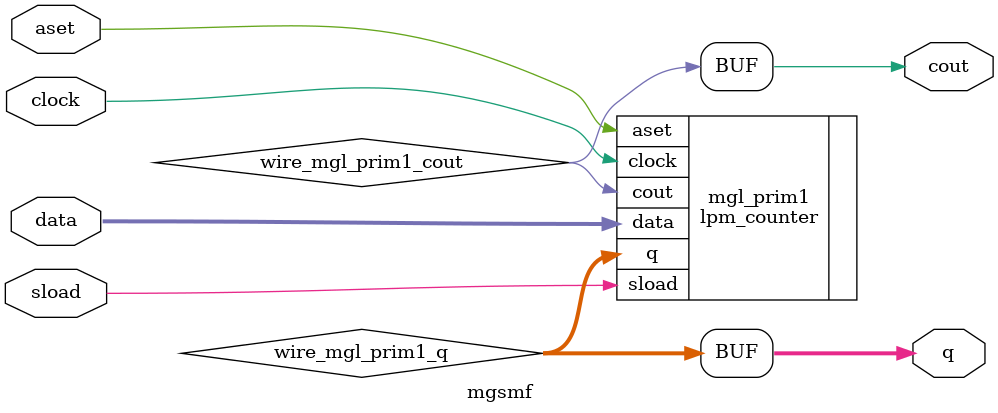
<source format=v>






//synthesis_resources = lpm_counter 1 
//synopsys translate_off
`timescale 1 ps / 1 ps
//synopsys translate_on
module  mgsmf
	( 
	aset,
	clock,
	cout,
	data,
	q,
	sload) /* synthesis synthesis_clearbox=1 */;
	input   aset;
	input   clock;
	output   cout;
	input   [7:0]  data;
	output   [7:0]  q;
	input   sload;

	wire  wire_mgl_prim1_cout;
	wire  [7:0]   wire_mgl_prim1_q;

	lpm_counter   mgl_prim1
	( 
	.aset(aset),
	.clock(clock),
	.cout(wire_mgl_prim1_cout),
	.data(data),
	.q(wire_mgl_prim1_q),
	.sload(sload));
	defparam
		mgl_prim1.lpm_avalue = 10011,
		mgl_prim1.lpm_direction = "UP",
		mgl_prim1.lpm_port_updown = "PORT_UNUSED",
		mgl_prim1.lpm_type = "LPM_COUNTER",
		mgl_prim1.lpm_width = 8;
	assign
		cout = wire_mgl_prim1_cout,
		q = wire_mgl_prim1_q;
endmodule //mgsmf
//VALID FILE

</source>
